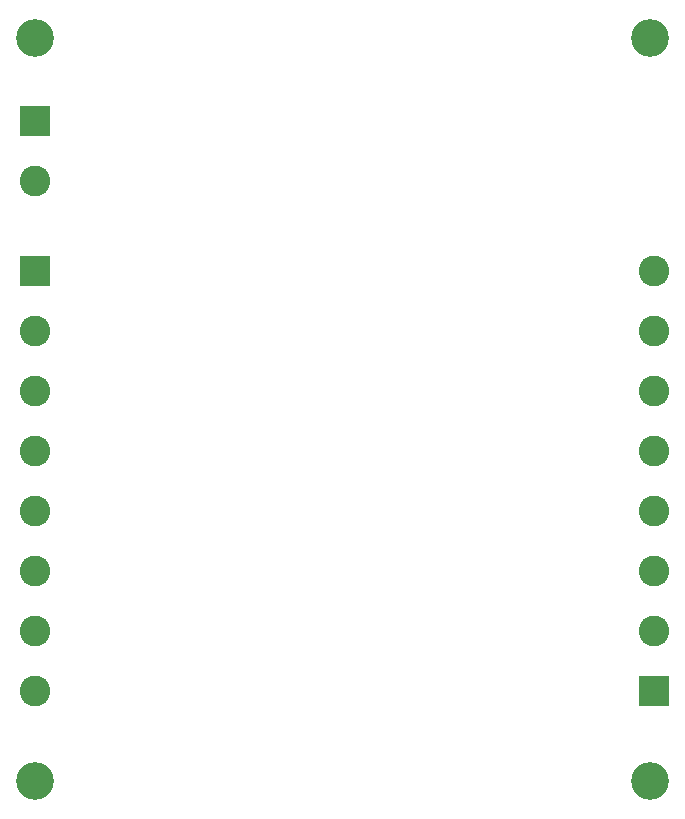
<source format=gbr>
%TF.GenerationSoftware,KiCad,Pcbnew,7.0.9*%
%TF.CreationDate,2024-02-06T13:40:39+00:00*%
%TF.ProjectId,dc-level-shifter,64632d6c-6576-4656-9c2d-736869667465,1.0*%
%TF.SameCoordinates,Original*%
%TF.FileFunction,Soldermask,Bot*%
%TF.FilePolarity,Negative*%
%FSLAX46Y46*%
G04 Gerber Fmt 4.6, Leading zero omitted, Abs format (unit mm)*
G04 Created by KiCad (PCBNEW 7.0.9) date 2024-02-06 13:40:39*
%MOMM*%
%LPD*%
G01*
G04 APERTURE LIST*
%ADD10C,3.200000*%
%ADD11R,2.600000X2.600000*%
%ADD12C,2.600000*%
G04 APERTURE END LIST*
D10*
%TO.C,H4*%
X160590000Y-113665000D03*
%TD*%
D11*
%TO.C,J1*%
X108520000Y-70485000D03*
D12*
X108520000Y-75565000D03*
X108520000Y-80645000D03*
X108520000Y-85725000D03*
X108520000Y-90805000D03*
X108520000Y-95885000D03*
X108520000Y-100965000D03*
X108520000Y-106045000D03*
%TD*%
D11*
%TO.C,J3*%
X108520000Y-57780000D03*
D12*
X108520000Y-62860000D03*
%TD*%
D11*
%TO.C,J2*%
X160895000Y-106045000D03*
D12*
X160895000Y-100965000D03*
X160895000Y-95885000D03*
X160895000Y-90805000D03*
X160895000Y-85725000D03*
X160895000Y-80645000D03*
X160895000Y-75565000D03*
X160895000Y-70485000D03*
%TD*%
D10*
%TO.C,H1*%
X108520000Y-50800000D03*
%TD*%
%TO.C,H2*%
X108520000Y-113665000D03*
%TD*%
%TO.C,H3*%
X160590000Y-50800000D03*
%TD*%
M02*

</source>
